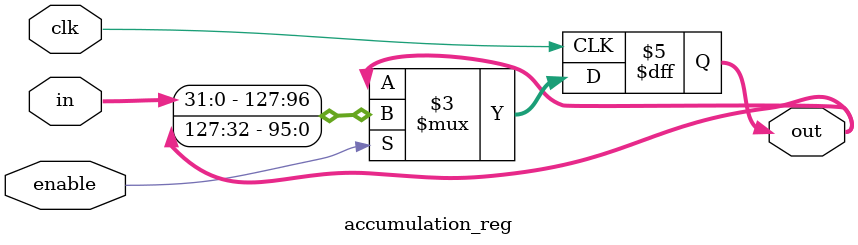
<source format=sv>
/*
* Contact : swann.l.ryan@gmail.com
* Purpose : This file contains a single AES round data calculation.
*	    A single aes round is broken into the steps:
*	    SubBytes -> ShiftRows -> MixColumns -> AddRoundKey
*	    I have abstracted each of these operations into a module
*	    so you can just pass the data between these modules
*	    
*	    The use of these operations for rounds are:
*	    Initial round key addition : Data -> Addroundkey(with og key [255:128] aka roundkey_0 -> out
*	    Round 1-13 : SubBytes -> ShiftRows -> MixColumns -> addroundkey
*	    Round 14 : SubBytes -> ShiftRows -> AddRoundKey (Skip Mixcolumns)
*	    Thus there is also a multiplexer based on round number implemented
*	    to skip mixcolumns or everything except ark.
*/




module aes_rounddata(input logic [3:0] round,
             input logic clk,
		     input logic [1:0] mode, //00 for 128 01 for 192 and 10 for 256
		     input logic [3:0] width_sel, //selects sub-word for radix
		     input logic [127:0] round_key,
		     input logic [127:0] data_in,
		     output logic [127:0] data_out);

        //Galois Multiplication radix-8 units
        logic [7:0] gm2_out;
        logic [7:0] gm3_out;
        //32 bit inputs to mixcolumn recombinator
        logic [31:0] gm2_reg_out;
        logic [31:0] gm3_reg_out;
        logic [31:0] sbox_reg_out;

		logic [7:0] sbox_out;
		logic [127:0] shiftRow_out;
		logic [31:0] mixCol_out;
		logic [7:0] sbox_in;
		
		logic [31:0] accumulation_in;
		logic [31:0] accumulation_in_128;
		logic [31:0] accumulation_in_256;
		logic [127:0] accumulation_out;
		
		logic [127:0] ark_in_256;
		logic [127:0] ark_in_128;
		logic [127:0] ark_in_192;
		logic [127:0] ark_in_mode;
		logic [127:0] ark_in;
		

		
		logic AES_128_MODE;
		logic AES_192_MODE;
		logic AES_256_MODE;

		logic r0_flag;
		logic r10_flag;
		logic r14_flag;




		//AES Shift rows operation
		aes_shiftrow srow(.dataIn(data_in),
				  .dataOut(shiftRow_out));

        //Select current word from output of shiftrow using 16 input mux
        always_comb
		      begin
		    	case(width_sel)
		    	  4'h0 : sbox_in = shiftRow_out[7:0];
		    	  4'h1 : sbox_in = shiftRow_out[15:8];
		    	  4'h2 : sbox_in = shiftRow_out[23:16];
		    	  4'h3 : sbox_in = shiftRow_out[31:24];
		    	  4'h4 : sbox_in = shiftRow_out[39:32];
		    	  4'h5 : sbox_in = shiftRow_out[47:40];
		    	  4'h6 : sbox_in = shiftRow_out[55:48];
		    	  4'h7 : sbox_in = shiftRow_out[63:56];
		    	  4'h8 : sbox_in = shiftRow_out[71:64];
		    	  4'h9 : sbox_in = shiftRow_out[79:72];
		    	  4'hA : sbox_in = shiftRow_out[87:80];
		    	  4'hB : sbox_in = shiftRow_out[95:88];
		    	  4'hC : sbox_in = shiftRow_out[103:96];
		    	  4'hD : sbox_in = shiftRow_out[111:104];
		    	  4'hE : sbox_in = shiftRow_out[119:112];
		    	  4'hF : sbox_in = shiftRow_out[127:120];
		    	  default : sbox_in = shiftRow_out[7:0];
		    	endcase
		      end
        
 


		//AES Substitution Box operation for single word
		aes_sbox sbox(.in(sbox_in),
				  .out(sbox_out));




       //Incremental GM2 Multiplication
       gm2 gm2_1(.gm2_in(sbox_out),
	         .gm2_out(gm2_out));
	   //Incremental GM3 Multiplication
       gm3 gm3_1(.gm3_in(sbox_out),
	         .gm3_out(gm3_out));


        //Register the outputs of gm2 multiplications for mixcol recombination
        accumulation_reg_8 gm2_reg(.in(gm2_out),
                                  .clk(clk),
                                  .enable(1'b1),
                                  .out(gm2_reg_out));

        //Register the outputs of gm3 multiplications for mixcol recombination
        accumulation_reg_8 gm3_reg(.in(gm3_out),
                                  .clk(clk),
                                  .enable(1'b1),
                                  .out(gm3_reg_out));        
        //Register the sbox output for use in 
        accumulation_reg_8 sbox_reg(.in(sbox_out),
                                    .clk(clk),
                                    .enable(1'b1),
                                    .out(sbox_reg_out));



		//AES Mix Columns Recombination
		mixcol_radix8 mixcol_radix8(.gm2_mults(gm2_reg_out),
		                            .gm3_mults(gm3_reg_out),
		                            .sbox_outs(sbox_reg_out),
				                    .mixed_word(mixCol_out));


        //Accumulation in should change between sbox_out and mixcol_out based on last_round
        assign accumulation_in_128 = r10_flag ? sbox_reg_out : mixCol_out;
        assign accumulation_in_256 = r14_flag ? sbox_reg_out : mixCol_out;
        assign accumulation_in = AES_256_MODE ? accumulation_in_256 : accumulation_in_128;

        //Accumulation register for 32 bit radix
        //We want it every 4 sub-rounds, as that's when the mixcolumns we want
        //is ready. So we need this register to function on : 4,8,12,16
        //00100
        //01000
        //01100
        //10000
        accumulation_reg stageon_accum(.in(accumulation_in),.clk(clk),.enable(~(width_sel[0]) & ~(width_sel[1])),.out(accumulation_out));


		//Check for round 0 (RD = 0000)
		assign r0_flag = ~(round[3] | round[2] | round[1] | round[0]);
		//Check for round 10 (RD = 1010) (Last round of AES128)
		assign r10_flag = (round[3] & round[1]) & ~(round[2] & round[0]);
		//Check for round 12 (RD = 1100) (Last round ofAES192)
		assign r12_flag = (round[3] & round[2]) & ~(round[1] & round[0]);
		//Check for round 14 (RD = 1110) (Last round of AES256)
		assign r14_flag = (round[3] & round[2] & round[1]) & ~round[0];
		

		//NOTE FOR LATER : IT MIGHT BE BETTER TO HAVE A "last_round" input and "first_round" input from FSM
		//But this should be more generalized for now.

		//These ternaries break down into : if r0 ark_in takes data_in 
		//elsif final round take shiftRow_out else take mixCol_out
		
		//TODO : Un-nest ternaries?
		
		//Ark_in for AES128 (Necessary due to different round amounts between standards)
		assign ark_in_128 = r0_flag ? data_in : (r10_flag ? sbox_out : mixCol_out);
		
		//Ark_in for AES192 (Necessary due to different round amounts between standards)
		assign ark_in_192 = r0_flag ? data_in : (r12_flag ? sbox_out : mixCol_out);
		
		//Ark_in for AES256 (Necessary due to different round amounts between standards)
		assign ark_in_256 = r0_flag ? data_in : (r14_flag ? sbox_out : mixCol_out);
		
		
		//Set mode flag accordingly
		//mode = 00 for AES 128
		assign AES_128_MODE = ~(mode[0] | mode[1]);
		//mode = 01 for AES 192
		assign AES_192_MODE = mode[0] & ~mode[1];
		//mod = 10 for AES 256
		assign AES_256_MODE = ~mode[0] & mode[1];
		
		
		//Set ark_in according to mode NOTE: defaults to 256
		assign ark_in_mode = AES_128_MODE ? ark_in_128 : (AES_192_MODE ? ark_in_192 : ark_in_256);
		assign ark_in = r0_flag ? data_in : accumulation_out;
		
		
		//AES Add Round Key operation
		aes_addroundkey ark(.data(ark_in),
				    .round_key(round_key),
				    .sum(data_out));


endmodule



module accumulation_reg_8(input logic [7:0] in,
                        input logic clk, enable, 
                        output logic [31:0] out);
                        

    
    //Accumulate in 32 bit increments on clk
    always @(posedge clk)
      begin
      if(enable == 1'b1)
        begin
            out <= {in,out[31:8]};
        end
      end

endmodule



module accumulation_reg(input logic [31:0] in,
                        input logic clk, enable, 
                        output logic [127:0] out);
                        
    logic [127:0] out_prev;
    logic [127:0] prev_shift;
    

    
    //Accumulate in 32 bit increments on clk
    always @(posedge clk)
      begin
        if(enable == 1'b1)
          begin
            out <= {in,out[127:32]};
          end
      end

endmodule

</source>
